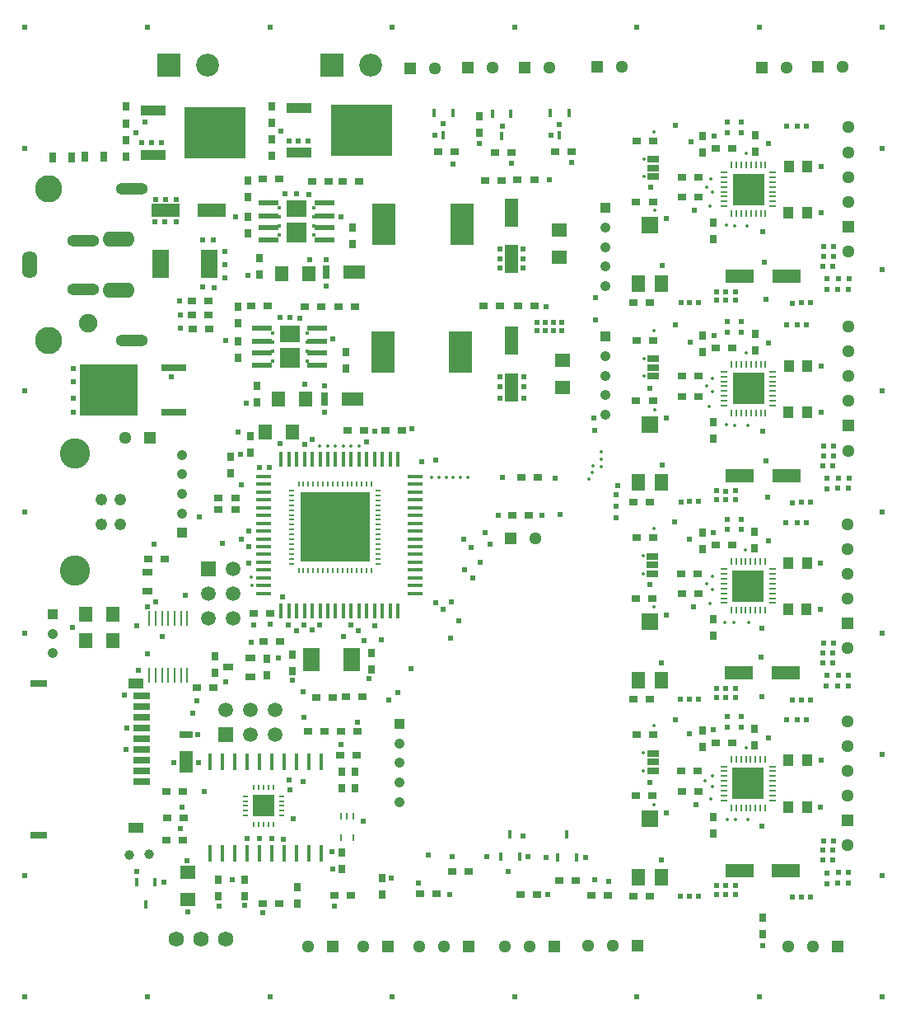
<source format=gbr>
G04 DipTrace 2.4.0.1*
%INTopPaste.gbr*%
%MOIN*%
%ADD25R,0.0551X0.1181*%
%ADD28R,0.1181X0.0551*%
%ADD44R,0.0591X0.0591*%
%ADD46C,0.0591*%
%ADD60R,0.0591X0.0394*%
%ADD61R,0.0709X0.0315*%
%ADD62R,0.061X0.0394*%
%ADD75R,0.05X0.025*%
%ADD90R,0.0413X0.0256*%
%ADD91R,0.0157X0.0709*%
%ADD115C,0.014*%
%ADD116C,0.024*%
%ADD118R,0.0668X0.092*%
%ADD121R,0.2341X0.2105*%
%ADD123R,0.1003X0.0314*%
%ADD125R,0.1259X0.1259*%
%ADD127O,0.0314X0.0038*%
%ADD129O,0.0038X0.0314*%
%ADD130R,0.0077X0.0629*%
%ADD134R,0.0837X0.0652*%
%ADD136R,0.0837X0.0806*%
%ADD138R,0.0176X0.0117*%
%ADD140R,0.0786X0.0235*%
%ADD142R,0.0077X0.0274*%
%ADD144R,0.0885X0.0885*%
%ADD146R,0.2833X0.2833*%
%ADD148O,0.0038X0.0255*%
%ADD150O,0.0255X0.0038*%
%ADD152R,0.0117X0.0629*%
%ADD154R,0.0629X0.0117*%
%ADD156C,0.0392*%
%ADD160R,0.0707X0.0707*%
%ADD162R,0.055X0.0707*%
%ADD164R,0.0432X0.0511*%
%ADD166R,0.1042X0.0412*%
%ADD168R,0.2479X0.2105*%
%ADD170R,0.0176X0.0333*%
%ADD172R,0.0944X0.1692*%
%ADD174C,0.0412*%
%ADD176C,0.0412*%
%ADD178R,0.0412X0.0412*%
%ADD186R,0.0392X0.0314*%
%ADD188R,0.0314X0.0392*%
%ADD190R,0.0707X0.1172*%
%ADD192R,0.055X0.0278*%
%ADD194R,0.055X0.0904*%
%ADD196R,0.0278X0.055*%
%ADD198R,0.0904X0.055*%
%ADD202C,0.0625*%
%ADD204C,0.092*%
%ADD208R,0.092X0.092*%
%ADD210C,0.0511*%
%ADD211C,0.0511*%
%ADD213R,0.0511X0.0511*%
%ADD217C,0.1219*%
%ADD221C,0.0479*%
%ADD224C,0.0747*%
%ADD228C,0.1101*%
%ADD230O,0.1298X0.0629*%
%ADD233O,0.1298X0.0471*%
%ADD237O,0.0629X0.1101*%
%ADD239R,0.0629X0.055*%
%ADD241R,0.0353X0.0314*%
%ADD245R,0.0314X0.0353*%
%ADD247R,0.055X0.0629*%
%FSLAX44Y44*%
G04*
G70*
G90*
G75*
G01*
%LNTopPaste*%
%LPD*%
D116*
X4493Y10413D3*
X5000Y13610D3*
X7420Y9880D3*
X6330Y25480D3*
X19960Y5480D3*
X23460Y5130D3*
X19960Y5480D3*
X17040Y16340D3*
X24325Y19775D3*
Y20225D3*
X17350Y16080D3*
X18830Y17975D3*
X6020Y5050D3*
X6900Y16650D3*
X9460Y17950D3*
X11700Y11720D3*
X11660Y12750D3*
X4430Y12590D3*
X10830Y16570D3*
X17700Y6080D3*
X18200Y17660D3*
X17980Y15620D3*
X8940Y31950D3*
X17610Y4540D3*
X18550Y17350D3*
X17680Y16380D3*
X8525Y26925D3*
X6700Y7200D3*
X6760Y8060D3*
X5360Y14280D3*
X7371Y12359D3*
X23500Y27770D3*
X16475Y22045D3*
X23490Y28660D3*
X23470Y23310D3*
X17050Y22120D3*
X23450Y23790D3*
X24325Y20700D3*
X24395Y21080D3*
X2370Y25820D3*
Y25280D3*
X4930Y15390D3*
X30170Y33510D3*
Y33050D3*
X30150Y32580D3*
X29690Y33080D3*
Y33520D3*
X29680Y32610D3*
X29220D3*
X29230Y33050D3*
X29210Y33520D3*
D115*
X28810Y31590D3*
X29150Y31580D3*
X29650D3*
X28130Y32380D3*
X28240Y32940D3*
X28000Y33150D3*
X28180Y33460D3*
X29590Y34500D3*
D116*
X30500Y34890D3*
X28290Y35210D3*
X32630Y33980D3*
X32620Y32100D3*
X30260Y31340D3*
X28410Y28560D3*
Y28920D3*
X29180D3*
X28770Y28560D3*
Y28910D3*
X29180Y28560D3*
X29400Y35330D3*
X28850D3*
X29400Y35760D3*
X28850D3*
X32040Y35620D3*
X31670D3*
X31230D3*
X26730Y35630D3*
D115*
X25893Y32195D3*
X25453Y33555D3*
Y34275D3*
X25873Y35385D3*
D116*
X26380Y31870D3*
X9890Y6790D3*
X10940Y32880D3*
X11410Y32870D3*
X11900Y32850D3*
X13210Y31950D3*
X11930Y30190D3*
X12610Y30210D3*
X12600Y29150D3*
X9440Y29580D3*
X7610Y31010D3*
X8030D3*
X7590Y29100D3*
X8060Y29080D3*
X8500Y29480D3*
Y30010D3*
Y30530D3*
X10770Y35410D3*
X11100Y35020D3*
X11470Y35010D3*
X11860Y35020D3*
X5140Y34950D3*
X5540D3*
X5930D3*
X4910Y35340D3*
X12550Y25110D3*
Y24040D3*
X11720Y25160D3*
X9370Y24410D3*
X9400Y6790D3*
X10730Y27860D3*
X11130D3*
X11540Y27850D3*
X12870Y27000D3*
X18810Y34890D3*
X19720Y35600D3*
X17340Y35690D3*
X17010Y35250D3*
X22040Y35670D3*
X21700Y35230D3*
X17750Y34080D3*
X20110Y34110D3*
X33133Y30735D3*
X33123Y30345D3*
X33113Y29945D3*
X32733Y30735D3*
X32723Y30345D3*
X32713Y29945D3*
X32883Y29435D3*
X33753Y29445D3*
X33333D3*
X32863Y29005D3*
X33733Y29015D3*
X33313D3*
X31483Y28445D3*
X32213Y28455D3*
X31843D3*
X26953Y28475D3*
X27683Y28485D3*
X27313D3*
X33133Y22675D3*
X26193Y29955D3*
X33123Y22285D3*
X33113Y21885D3*
X32733Y22675D3*
X32723Y22285D3*
X32713Y21885D3*
X32883Y21375D3*
X33753Y21385D3*
X33333D3*
X30170Y25450D3*
Y24990D3*
X30150Y24520D3*
X29690Y25020D3*
Y25460D3*
X29680Y24550D3*
X29220D3*
X29230Y24990D3*
X29210Y25460D3*
D115*
X28800Y23540D3*
X29140Y23510D3*
X29670Y23500D3*
X28090Y24270D3*
X28220Y24860D3*
X28000Y25090D3*
X28240Y25390D3*
X29590Y26440D3*
D116*
X30500Y26830D3*
X28290Y27150D3*
X32630Y25920D3*
X32620Y24040D3*
X30260Y23280D3*
X28410Y20500D3*
Y20860D3*
X29180D3*
X28770Y20500D3*
Y20850D3*
X29180Y20500D3*
X29400Y27270D3*
X28850D3*
X29400Y27700D3*
X28850D3*
X32040Y27560D3*
X31670D3*
X31230D3*
X26730Y27570D3*
D115*
X25893Y24135D3*
X25453Y25495D3*
Y26215D3*
X25873Y27325D3*
D116*
X26380Y23810D3*
X32863Y20945D3*
X33733Y20955D3*
X33313D3*
X31483Y20385D3*
X32213Y20395D3*
X31843D3*
X26953Y20415D3*
X27683Y20425D3*
X27313D3*
X26193Y21895D3*
X33120Y14695D3*
X33110Y14305D3*
X33100Y13905D3*
X32720Y14695D3*
X32710Y14305D3*
X32700Y13905D3*
X32870Y13395D3*
X33740Y13405D3*
X33320D3*
X30157Y17469D3*
Y17009D3*
X30137Y16539D3*
X29677Y17039D3*
Y17479D3*
X29667Y16569D3*
X29207D3*
X29217Y17009D3*
X29197Y17479D3*
D115*
X28750Y15550D3*
X29100Y15540D3*
X29690Y15550D3*
X28130Y16320D3*
X28220Y16870D3*
X27987Y17109D3*
X28220Y17400D3*
X29577Y18459D3*
D116*
X30487Y18849D3*
X28277Y19169D3*
X32617Y17939D3*
X32607Y16059D3*
X30247Y15299D3*
X28397Y12519D3*
Y12879D3*
X29167D3*
X28757Y12519D3*
Y12869D3*
X29167Y12519D3*
X29387Y19289D3*
X28837D3*
X29387Y19719D3*
X28837D3*
X32027Y19579D3*
X31657D3*
X31217D3*
X26717Y19589D3*
D115*
X25880Y16155D3*
X25440Y17515D3*
Y18235D3*
X25860Y19345D3*
D116*
X26367Y15829D3*
X32850Y12965D3*
X33720Y12975D3*
X33300D3*
X31470Y12405D3*
X32200Y12415D3*
X31830D3*
X26940Y12435D3*
X27670Y12445D3*
X27300D3*
X26180Y13915D3*
X33123Y6715D3*
X33113Y6325D3*
X33103Y5925D3*
X32723Y6715D3*
X32713Y6325D3*
X32703Y5925D3*
X32873Y5415D3*
X33743Y5425D3*
X33323D3*
X30160Y9490D3*
Y9030D3*
X30140Y8560D3*
X29680Y9060D3*
Y9500D3*
X29670Y8590D3*
X29210D3*
X29220Y9030D3*
X29200Y9500D3*
D115*
X28840Y7580D3*
X29160Y7560D3*
X29670Y7580D3*
X28170Y8420D3*
X28225Y8900D3*
X27950Y9125D3*
X28225Y9350D3*
X29590Y10470D3*
D116*
X30490Y10870D3*
X28280Y11190D3*
X32620Y9960D3*
X32610Y8080D3*
X30250Y7320D3*
X28400Y4540D3*
Y4900D3*
X29170D3*
X28760Y4540D3*
Y4890D3*
X29170Y4540D3*
X29390Y11310D3*
X28840D3*
X29390Y11740D3*
X28840D3*
X32030Y11600D3*
X31660D3*
X31220D3*
X26720Y11610D3*
D115*
X25883Y8175D3*
X25443Y9535D3*
Y10255D3*
X25863Y11365D3*
D116*
X26370Y7850D3*
X32853Y4985D3*
X33723Y4995D3*
X33303D3*
X31473Y4425D3*
X32203Y4435D3*
X31833D3*
X26943Y4455D3*
X27673Y4465D3*
X27303D3*
X26183Y5935D3*
X22530Y34130D3*
X19625Y30250D3*
X20575D3*
Y29875D3*
X19625D3*
X20575Y30625D3*
X19625D3*
X21625Y33450D3*
X410Y39590D3*
X19100Y6080D3*
X21500Y6025D3*
X10390Y6790D3*
X10880Y6780D3*
X11275Y7600D3*
X11130Y8780D3*
X11680Y9090D3*
X11100Y9180D3*
X9825Y8375D3*
X4520Y11260D3*
X15510Y12700D3*
X15140Y12410D3*
X14850Y14830D3*
X14560Y15410D3*
X14120Y14820D3*
X13900Y15200D3*
X13600Y15425D3*
X13300Y14970D3*
X11700Y15425D3*
X12350D3*
X12025Y15225D3*
X11230Y13220D3*
X14330Y13260D3*
X8540Y13150D3*
X20600Y25475D3*
Y25075D3*
Y24600D3*
X19625Y25475D3*
Y25075D3*
Y24600D3*
X21500Y28300D3*
X21150Y27675D3*
X21475D3*
X21800D3*
X22125D3*
X21150Y27350D3*
X21475D3*
X21800D3*
X22125D3*
X10310Y21820D3*
X9900D3*
X14575Y23275D3*
X10250Y8375D3*
Y7900D3*
X19050Y19175D3*
X18175Y18900D3*
X18475Y18575D3*
X9850Y7875D3*
X10725Y22775D3*
X11725Y22725D3*
X12025Y22950D3*
X14220Y22830D3*
X16070Y23380D3*
X9025Y23250D3*
X9475Y18600D3*
X9180Y18900D3*
X11390Y15200D3*
X11075Y15425D3*
X5375Y16175D3*
X20775Y6070D3*
X16730Y6130D3*
X15225Y5210D3*
X30260Y2460D3*
X24040Y5080D3*
X21555Y4550D3*
X16340Y5020D3*
X13200Y10590D3*
X12850Y6260D3*
X10030Y3800D3*
X12925Y4060D3*
X19560Y19870D3*
X21350Y19875D3*
X19740Y21390D3*
X9675Y15450D3*
X10325Y15475D3*
X9125Y22325D3*
X21860Y21360D3*
X5700Y16360D3*
X5980Y14970D3*
X5640Y18710D3*
X2325Y15350D3*
X23100Y6050D3*
X6990Y3825D3*
X8255Y4075D3*
X9300Y4100D3*
X7410Y11010D3*
X10675Y14100D3*
X9575Y14750D3*
X9180Y21110D3*
X9475Y19250D3*
X7670Y8700D3*
X6675Y28550D3*
X6700Y27975D3*
Y27425D3*
X6100Y32650D3*
X6075Y31725D3*
X6525D3*
Y32650D3*
X5700D3*
X5675Y31725D3*
X410Y410D3*
X35090Y39590D3*
Y410D3*
X4930Y5460D3*
X6970Y5920D3*
X8790Y5140D3*
X13860Y11520D3*
X12870Y5560D3*
X14110Y7490D3*
X6430Y9880D3*
X12960Y19400D3*
X11910Y20430D3*
X14070Y20460D3*
Y18250D3*
X11870Y18230D3*
X410Y5300D3*
Y15100D3*
Y20000D3*
Y24900D3*
Y34690D3*
X35090D3*
Y29790D3*
Y24900D3*
X5360Y39590D3*
X35090Y20000D3*
Y15100D3*
Y10200D3*
Y5310D3*
X10320Y39590D3*
X15270D3*
X20230D3*
X25180D3*
X30130D3*
X5360Y410D3*
X10320D3*
X15270D3*
X20230D3*
X25180D3*
X30130D3*
X20570Y6890D3*
X7210Y11880D3*
X16040Y13680D3*
X17640Y14920D3*
D115*
X16870Y21400D3*
D116*
X19240Y18710D3*
X22080Y19890D3*
X25700Y9070D3*
X27560Y8180D3*
X27300Y11030D3*
X25710Y17060D3*
X27290Y18900D3*
X30250Y12540D3*
X30210Y14130D3*
X27480Y16180D3*
X30460Y20590D3*
X30390Y22080D3*
X25700Y25020D3*
X27340Y26860D3*
X30350Y30100D3*
X30400Y28600D3*
X25720Y33130D3*
X27360Y34970D3*
X27510Y32210D3*
X5260Y35760D3*
X7460Y19800D3*
X8410Y18730D3*
X2370Y24610D3*
Y24040D3*
D115*
X12350Y22670D3*
X12670Y22680D3*
X12980Y22670D3*
X13290D3*
X13610D3*
X13920Y22660D3*
X9560Y17360D3*
X9600Y17030D3*
X17170Y21400D3*
X17460D3*
X18020D3*
X17740D3*
X18320D3*
X23750Y22450D3*
Y22150D3*
X23740Y21850D3*
X23390Y21880D3*
X23380Y21590D3*
X23220Y21340D3*
D25*
X20100Y26925D3*
Y25035D3*
X20110Y32120D3*
Y30230D3*
D247*
X11250Y23250D3*
X10148D3*
D245*
X8110Y14180D3*
Y13511D3*
D28*
X7980Y32190D3*
X6090D3*
D241*
X7850Y28530D3*
X7181D3*
X13180Y10180D3*
X13849D3*
X7850Y27970D3*
X7181D3*
X10700Y4170D3*
X10031D3*
X13605Y4510D3*
X12936D3*
D247*
X3975Y15875D3*
X2873D3*
D239*
X6995Y5425D3*
Y4323D3*
D241*
X10750Y14775D3*
X10081D3*
X15000Y23310D3*
X15669D3*
X7860Y27420D3*
X7191D3*
D247*
X11892Y29650D3*
X10790D3*
D239*
X22175Y26150D3*
Y25048D3*
D245*
X9805Y24425D3*
Y25095D3*
D241*
X10230Y28340D3*
X9561D3*
D245*
X13415Y26485D3*
Y25815D3*
D247*
X11770Y24570D3*
X10668D3*
D239*
X22030Y31410D3*
Y30308D3*
D245*
X9892Y29600D3*
Y30269D3*
D241*
X10690Y33460D3*
X10021D3*
D245*
X13672Y31520D3*
Y30851D3*
X9300Y5152D3*
Y4483D3*
X8250Y5127D3*
Y4458D3*
X13240Y5580D3*
Y6249D3*
X14425Y14300D3*
Y13631D3*
D247*
X3975Y14800D3*
X2873D3*
D245*
X9525Y22400D3*
Y23069D3*
D241*
X14140Y23290D3*
X13471D3*
D245*
X11225Y14250D3*
Y13581D3*
D241*
X6070Y18110D3*
X5401D3*
D245*
X28270Y31700D3*
Y31031D3*
D241*
X29050Y34700D3*
X28381D3*
D245*
X29960Y35250D3*
Y34581D3*
D241*
X27660Y33550D3*
X26991D3*
D245*
X27850Y35200D3*
Y34531D3*
D28*
X31220Y29540D3*
X29330D3*
D245*
X28270Y23640D3*
Y22971D3*
D241*
X29050Y26640D3*
X28381D3*
D245*
X29960Y27190D3*
Y26521D3*
D241*
X27660Y25490D3*
X26991D3*
D245*
X27850Y27140D3*
Y26471D3*
D28*
X31220Y21480D3*
X29330D3*
D245*
X28257Y15659D3*
Y14990D3*
D241*
X29037Y18659D3*
X28368D3*
D245*
X29947Y19209D3*
Y18540D3*
D241*
X27647Y17509D3*
X26978D3*
D245*
X27837Y19159D3*
Y18490D3*
D28*
X31207Y13499D3*
X29317D3*
D245*
X28260Y7680D3*
Y7011D3*
D241*
X29040Y10680D3*
X28371D3*
D245*
X29950Y11230D3*
Y10561D3*
D241*
X27650Y9530D3*
X26981D3*
D245*
X27840Y11180D3*
Y10511D3*
D28*
X31210Y5520D3*
X29320D3*
D237*
X590Y30000D3*
D233*
X2756Y30984D3*
D230*
X4193Y28976D3*
Y31024D3*
D233*
X2756Y29016D3*
D228*
X1378Y26929D3*
Y33071D3*
D233*
X4724Y26929D3*
Y33071D3*
D224*
X2953Y27638D3*
D221*
X4285Y19508D3*
Y20492D3*
X3498D3*
Y19508D3*
D217*
X2431Y22370D3*
Y17630D3*
D213*
X33720Y31550D3*
D210*
Y32550D3*
Y33550D3*
Y34550D3*
D213*
Y23490D3*
D210*
Y24490D3*
Y25490D3*
Y26490D3*
D213*
X33707Y15509D3*
D210*
Y16509D3*
Y17509D3*
Y18509D3*
D213*
X33710Y7530D3*
D210*
Y8530D3*
Y9530D3*
Y10530D3*
D208*
X6240Y38080D3*
D204*
X7800D3*
D208*
X12850D3*
D204*
X14410D3*
D213*
X16010Y37950D3*
D210*
X17010D3*
D213*
X33290Y2450D3*
D210*
X32290D3*
X31290D3*
D213*
X25200Y2480D3*
D210*
X24200D3*
X23200D3*
D213*
X21830Y2450D3*
D210*
X20830D3*
X19830D3*
D213*
X18370D3*
D210*
X17370D3*
X16370D3*
D213*
X15090Y2440D3*
D210*
X14090D3*
D213*
X12860Y2430D3*
D210*
X11860D3*
D202*
X8550Y2750D3*
X7550D3*
X6550D3*
D213*
X20650Y37970D3*
D210*
X21650D3*
D213*
X18320D3*
D210*
X19320D3*
D213*
X32490Y37990D3*
D210*
X33490D3*
D213*
X30230Y37980D3*
D210*
X31230D3*
D213*
X23560Y37990D3*
D210*
X24560D3*
D241*
X21050Y28325D3*
X20381D3*
D198*
X13722Y29720D3*
D196*
X12611D3*
D198*
X13652Y24562D3*
D196*
X12540D3*
D241*
X21019Y33440D3*
X20350D3*
X11880Y11130D3*
X12549D3*
X12190Y12520D3*
X12859D3*
D194*
X6930Y9890D3*
D192*
Y11002D3*
D190*
X5900Y30030D3*
X7869D3*
D188*
X1522Y34350D3*
X2309D3*
D186*
X5380Y17578D3*
Y16791D3*
D188*
X2822Y34370D3*
X3609D3*
G36*
X4786Y12283D2*
X5474D1*
Y12008D1*
X4786D1*
Y12283D1*
G37*
G36*
Y11850D2*
X5474D1*
Y11575D1*
X4786D1*
Y11850D1*
G37*
G36*
Y11417D2*
X5474D1*
Y11142D1*
X4786D1*
Y11417D1*
G37*
G36*
Y10984D2*
X5474D1*
Y10709D1*
X4786D1*
Y10984D1*
G37*
G36*
Y10551D2*
X5474D1*
Y10276D1*
X4786D1*
Y10551D1*
G37*
G36*
Y10118D2*
X5474D1*
Y9843D1*
X4786D1*
Y10118D1*
G37*
G36*
Y9685D2*
X5474D1*
Y9409D1*
X4786D1*
Y9685D1*
G37*
G36*
Y9252D2*
X5474D1*
Y8976D1*
X4786D1*
Y9252D1*
G37*
G36*
Y12717D2*
X5474D1*
Y12441D1*
X4786D1*
Y12717D1*
G37*
D60*
X4894Y13071D3*
D61*
X957D3*
D62*
X4894Y7244D3*
D61*
X957Y6929D3*
D178*
X23900Y27090D3*
D174*
Y26303D3*
Y25515D3*
D176*
Y24728D3*
Y23940D3*
D178*
Y32290D3*
D174*
Y31503D3*
Y30715D3*
D176*
Y29928D3*
Y29140D3*
D178*
X1520Y15870D3*
D174*
Y15081D3*
Y14292D3*
D178*
X6775Y19160D3*
D174*
Y19947D3*
Y20735D3*
D176*
Y21522D3*
Y22310D3*
D44*
X7840Y17710D3*
D46*
X8840D3*
X7840Y16710D3*
X8840D3*
X7840Y15710D3*
X8840D3*
D213*
X20075Y18925D3*
D210*
X21075D3*
D44*
X8540Y11010D3*
D46*
Y12010D3*
X9540Y11010D3*
Y12010D3*
X10540Y11010D3*
Y12010D3*
D213*
X5480Y23020D3*
D210*
X4480D3*
D178*
X15580Y11430D3*
D174*
Y10643D3*
Y9855D3*
D176*
Y9068D3*
Y8280D3*
D172*
X14890Y26480D3*
X18040D3*
X14940Y31650D3*
X18090D3*
D211*
X33723Y30545D3*
Y35555D3*
Y22485D3*
Y27495D3*
X33710Y14505D3*
Y19515D3*
X33713Y6525D3*
Y11535D3*
D170*
X21975Y6050D3*
X22723D3*
X22349Y6956D3*
X19675Y6075D3*
X20423D3*
X20049Y6981D3*
D168*
X14030Y35440D3*
D166*
X11510Y36338D3*
Y34542D3*
D168*
X8110Y35350D3*
D166*
X5590Y36248D3*
Y34452D3*
D170*
X5675Y5050D3*
X4927D3*
X5301Y4144D3*
X17720Y36140D3*
X16972D3*
X17346Y35234D3*
X22420Y36130D3*
X21672D3*
X22046Y35224D3*
X20080Y36110D3*
X19332D3*
X19706Y35204D3*
D241*
X13190Y11150D3*
X13859D3*
D245*
X4510Y35720D3*
Y36389D3*
X10400Y34410D3*
Y35079D3*
D241*
X19440Y34540D3*
X20109D3*
D164*
X31316Y32106D3*
X32064D3*
X31320Y33980D3*
X32068D3*
D241*
X10325Y15900D3*
X9656D3*
X20125Y19875D3*
X20794D3*
D245*
X11420Y4850D3*
Y4181D3*
D241*
X8920Y20100D3*
X8251D3*
D164*
X31316Y24046D3*
X32064D3*
D241*
X17120Y34560D3*
X17789D3*
X6140Y8720D3*
X6809D3*
D164*
X31320Y25920D3*
X32068D3*
X31303Y16065D3*
X32051D3*
X31307Y17939D3*
X32055D3*
X31306Y8086D3*
X32054D3*
X31310Y9960D3*
X32058D3*
D245*
X4510Y34370D3*
Y35039D3*
X30255Y2935D3*
Y3605D3*
D241*
X23990Y4510D3*
X23321D3*
X21124Y4525D3*
X20455D3*
X16400Y4580D3*
X17069D3*
X13100Y28290D3*
X13769D3*
X11740D3*
X12409D3*
D245*
X9050Y28310D3*
Y27641D3*
X9040Y26900D3*
Y26231D3*
D241*
X13260Y33380D3*
X13929D3*
X12040D3*
X12709D3*
D245*
X9430Y33390D3*
Y32721D3*
Y31940D3*
Y31271D3*
D241*
X19625Y28325D3*
X18956D3*
X19709Y33420D3*
X19040D3*
X22025Y5100D3*
X22694D3*
D245*
X10190Y13415D3*
Y14085D3*
D241*
X8040Y12910D3*
X7371D3*
D245*
X10400Y35740D3*
Y36409D3*
D241*
X21870Y34570D3*
X22539D3*
D245*
X13240Y9500D3*
Y8831D3*
X18805Y35330D3*
Y36000D3*
X13780Y9500D3*
Y8831D3*
D241*
X17700Y5480D3*
X18369D3*
X13410Y12530D3*
X14079D3*
X6840Y7640D3*
X6171D3*
X27000Y32740D3*
X27669D3*
X25150Y32550D3*
X25819D3*
X25171Y35010D3*
X25840D3*
X25710Y28480D3*
X25041D3*
D162*
X26170Y29250D3*
D160*
X25707Y31612D3*
D162*
X25245Y29250D3*
D241*
X6790Y6750D3*
X6121D3*
D245*
X14860Y5200D3*
Y4531D3*
D241*
X27000Y24680D3*
X27669D3*
X25150Y24490D3*
X25819D3*
X25171Y26950D3*
X25840D3*
X25710Y20420D3*
X25041D3*
D162*
X26170Y21190D3*
D160*
X25707Y23552D3*
D162*
X25245Y21190D3*
D241*
X8920Y20570D3*
X8251D3*
D245*
X8725Y22225D3*
Y21556D3*
D241*
X26987Y16699D3*
X27657D3*
X25137Y16509D3*
X25807D3*
X25158Y18969D3*
X25827D3*
X25697Y12439D3*
X25028D3*
D162*
X26157Y13209D3*
D160*
X25695Y15572D3*
D162*
X25232Y13209D3*
D241*
X21180Y21390D3*
X20511D3*
X26990Y8720D3*
X27659D3*
X25140Y8530D3*
X25809D3*
X25161Y10990D3*
X25830D3*
X25700Y4460D3*
X25031D3*
D162*
X26160Y5230D3*
D160*
X25697Y7592D3*
D162*
X25235Y5230D3*
D75*
X25830Y34260D3*
Y33910D3*
Y33560D3*
Y26200D3*
Y25850D3*
Y25500D3*
X25817Y18219D3*
Y17869D3*
Y17519D3*
X25820Y10240D3*
Y9890D3*
Y9540D3*
D156*
X4630Y6150D3*
X5420Y6160D3*
D154*
X10070Y21440D3*
Y21125D3*
Y20810D3*
Y20495D3*
Y20180D3*
Y19865D3*
Y19550D3*
Y19235D3*
Y18920D3*
Y18605D3*
Y18290D3*
Y17975D3*
Y17660D3*
Y17346D3*
Y17031D3*
Y16716D3*
D152*
X10779Y16007D3*
X11094D3*
X11409D3*
X11724D3*
X12039D3*
X12353D3*
X12668D3*
X12983D3*
X13298D3*
X13613D3*
X13928D3*
X14243D3*
X14558D3*
X14873D3*
X15188D3*
X15503D3*
D154*
X16212Y16716D3*
Y17031D3*
Y17346D3*
Y17660D3*
Y17975D3*
Y18290D3*
Y18605D3*
Y18920D3*
Y19235D3*
Y19550D3*
Y19865D3*
Y20180D3*
Y20495D3*
Y20810D3*
Y21125D3*
Y21440D3*
D152*
X15503Y22149D3*
X15188D3*
X14873D3*
X14558D3*
X14243D3*
X13928D3*
X13613D3*
X13298D3*
X12983D3*
X12668D3*
X12353D3*
X12039D3*
X11724D3*
X11409D3*
X11094D3*
X10779D3*
D150*
X11210Y20870D3*
Y20673D3*
Y20476D3*
Y20279D3*
Y20083D3*
Y19886D3*
Y19689D3*
Y19492D3*
Y19295D3*
Y19098D3*
Y18901D3*
Y18705D3*
Y18508D3*
Y18311D3*
Y18114D3*
Y17917D3*
D148*
X11486Y17642D3*
X11682D3*
X11879D3*
X12076D3*
X12273D3*
X12470D3*
X12667D3*
X12864D3*
X13060D3*
X13257D3*
X13454D3*
X13651D3*
X13848D3*
X14045D3*
X14241D3*
X14438D3*
D150*
X14714Y17917D3*
Y18114D3*
Y18311D3*
Y18508D3*
Y18705D3*
Y18901D3*
Y19098D3*
Y19295D3*
Y19492D3*
Y19689D3*
Y19886D3*
Y20083D3*
Y20279D3*
Y20476D3*
Y20673D3*
Y20870D3*
D148*
X14438Y21146D3*
X14241D3*
X14045D3*
X13848D3*
X13651D3*
X13454D3*
X13257D3*
X13060D3*
X12864D3*
X12667D3*
X12470D3*
X12273D3*
X12076D3*
X11879D3*
X11682D3*
X11486D3*
D146*
X12962Y19394D3*
D148*
X9675Y7375D3*
X9872D3*
X10069D3*
X10266D3*
X10462D3*
D150*
X10817Y7729D3*
Y7926D3*
Y8123D3*
Y8320D3*
Y8517D3*
D148*
X10462Y8871D3*
X10266D3*
X10069D3*
X9872D3*
X9675D3*
D150*
X9321Y8517D3*
Y8320D3*
Y8123D3*
Y7926D3*
Y7729D3*
D144*
X10069Y8123D3*
D142*
X13700Y7720D3*
X13444D3*
X13188D3*
Y6854D3*
X13700D3*
D140*
X12250Y25930D3*
Y26450D3*
Y26910D3*
Y27430D3*
X9990D3*
Y26910D3*
Y26450D3*
Y25930D3*
D138*
X11819Y26119D3*
Y26493D3*
Y26867D3*
Y27241D3*
X10421D3*
Y26867D3*
Y26493D3*
Y26119D3*
D136*
X11120Y26237D3*
D134*
Y27204D3*
D140*
X12530Y31000D3*
Y31520D3*
Y31980D3*
Y32500D3*
X10270D3*
Y31980D3*
Y31520D3*
Y31000D3*
D138*
X12099Y31189D3*
Y31563D3*
Y31937D3*
Y32311D3*
X10701D3*
Y31937D3*
Y31563D3*
Y31189D3*
D136*
X11400Y31307D3*
D134*
Y32274D3*
D90*
X9550Y13350D3*
Y14098D3*
X8644Y13724D3*
D130*
X5450Y13420D3*
X5706D3*
X5962D3*
X6218D3*
X6474D3*
X6730D3*
X6985D3*
Y15703D3*
X6730D3*
X6474D3*
X6218D3*
X5962D3*
X5706D3*
X5450D3*
D129*
X30383Y34035D3*
X30186D3*
X29990D3*
X29793D3*
X29596D3*
X29399D3*
X29202D3*
X29005D3*
D127*
X28710Y33740D3*
Y33543D3*
Y33346D3*
Y33149D3*
Y32953D3*
Y32756D3*
Y32559D3*
Y32362D3*
D129*
X29005Y32067D3*
X29202D3*
X29399D3*
X29596D3*
X29793D3*
X29990D3*
X30186D3*
X30383D3*
D127*
X30679Y32362D3*
Y32559D3*
Y32756D3*
Y32953D3*
Y33149D3*
Y33346D3*
Y33543D3*
Y33740D3*
D125*
X29694Y33051D3*
D129*
X30383Y25975D3*
X30186D3*
X29990D3*
X29793D3*
X29596D3*
X29399D3*
X29202D3*
X29005D3*
D127*
X28710Y25680D3*
Y25483D3*
Y25286D3*
Y25089D3*
Y24893D3*
Y24696D3*
Y24499D3*
Y24302D3*
D129*
X29005Y24007D3*
X29202D3*
X29399D3*
X29596D3*
X29793D3*
X29990D3*
X30186D3*
X30383D3*
D127*
X30679Y24302D3*
Y24499D3*
Y24696D3*
Y24893D3*
Y25089D3*
Y25286D3*
Y25483D3*
Y25680D3*
D125*
X29694Y24991D3*
D129*
X30370Y17995D3*
X30174D3*
X29977D3*
X29780D3*
X29583D3*
X29386D3*
X29189D3*
X28993D3*
D127*
X28697Y17699D3*
Y17502D3*
Y17306D3*
Y17109D3*
Y16912D3*
Y16715D3*
Y16518D3*
Y16321D3*
D129*
X28993Y16026D3*
X29189D3*
X29386D3*
X29583D3*
X29780D3*
X29977D3*
X30174D3*
X30370D3*
D127*
X30666Y16321D3*
Y16518D3*
Y16715D3*
Y16912D3*
Y17109D3*
Y17306D3*
Y17502D3*
Y17699D3*
D125*
X29681Y17010D3*
D129*
X30373Y10015D3*
X30176D3*
X29980D3*
X29783D3*
X29586D3*
X29389D3*
X29192D3*
X28995D3*
D127*
X28700Y9720D3*
Y9523D3*
Y9326D3*
Y9129D3*
Y8933D3*
Y8736D3*
Y8539D3*
Y8342D3*
D129*
X28995Y8047D3*
X29192D3*
X29389D3*
X29586D3*
X29783D3*
X29980D3*
X30176D3*
X30373D3*
D127*
X30669Y8342D3*
Y8539D3*
Y8736D3*
Y8933D3*
Y9129D3*
Y9326D3*
Y9523D3*
Y9720D3*
D125*
X29684Y9031D3*
D123*
X6430Y24030D3*
Y25825D3*
D121*
X3792Y24928D3*
D91*
X7890Y6210D3*
X8390D3*
X8890D3*
X9390D3*
X9890D3*
X10390D3*
X10890D3*
X11390D3*
X11890D3*
X12390D3*
Y9911D3*
X11890D3*
X11390D3*
X10890D3*
X10390D3*
X9890D3*
X9390D3*
X8890D3*
X8390D3*
X7890D3*
D118*
X13625Y14025D3*
X12011D3*
M02*

</source>
